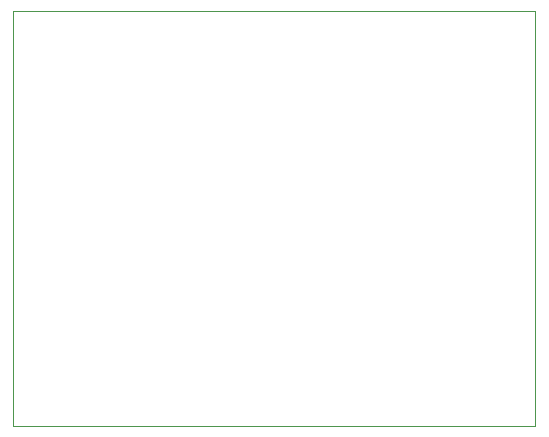
<source format=gko>
%TF.GenerationSoftware,KiCad,Pcbnew,5.1.8*%
%TF.CreationDate,2020-12-08T01:30:07+01:00*%
%TF.ProjectId,dht_esp_shield,6468745f-6573-4705-9f73-6869656c642e,rev?*%
%TF.SameCoordinates,Original*%
%TF.FileFunction,Profile,NP*%
%FSLAX46Y46*%
G04 Gerber Fmt 4.6, Leading zero omitted, Abs format (unit mm)*
G04 Created by KiCad (PCBNEW 5.1.8) date 2020-12-08 01:30:07*
%MOMM*%
%LPD*%
G01*
G04 APERTURE LIST*
%TA.AperFunction,Profile*%
%ADD10C,0.050000*%
%TD*%
G04 APERTURE END LIST*
D10*
X96647000Y-57277000D02*
X96647000Y-92456000D01*
X133731000Y-92456000D02*
X96647000Y-92456000D01*
X133731000Y-92456000D02*
X140843000Y-92456000D01*
X140843000Y-57277000D02*
X140843000Y-92456000D01*
X96647000Y-57277000D02*
X140843000Y-57277000D01*
M02*

</source>
